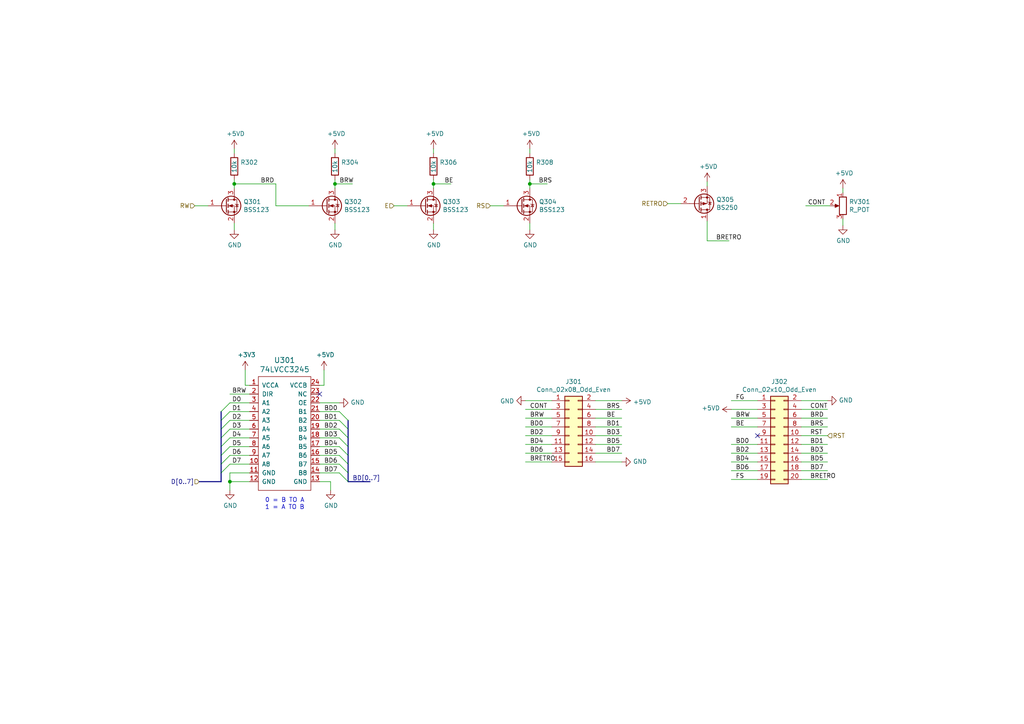
<source format=kicad_sch>
(kicad_sch (version 20211123) (generator eeschema)
  (paper "A4")
  (title_block (title "Connector Cube V2") (date "2021-12-21") (rev "V2.00A") (company "CubeDeb-F4DEB") (comment 1 "LCD"))
  (lib_symbols
    (symbol "CEN-SCHEMA:74LVCC3245" (pin_names (offset 1.016))
      (property "Reference" "U" (at 1.27 0 0))
      (property "Value" "CEN-SCHEMA_74LVCC3245" (at 7.62 2.54 0))
      (symbol "74LVCC3245_0_1"
        (rectangle (start 0 -2.54) (end 15.24 -35.56))
      )
      (symbol "74LVCC3245_1_1"
        (pin input line (at -2.54 -5.08 0) (length 2.54) (name "VCCA") (number "1"))
        (pin input line (at -2.54 -27.94 0) (length 2.54) (name "A8") (number "10"))
        (pin input line (at -2.54 -30.48 0) (length 2.54) (name "GND") (number "11"))
        (pin input line (at -2.54 -33.02 0) (length 2.54) (name "GND") (number "12"))
        (pin input line (at 17.78 -33.02 180) (length 2.54) (name "GND") (number "13"))
        (pin input line (at 17.78 -30.48 180) (length 2.54) (name "B8") (number "14"))
        (pin input line (at 17.78 -27.94 180) (length 2.54) (name "B7") (number "15"))
        (pin input line (at 17.78 -25.4 180) (length 2.54) (name "B6") (number "16"))
        (pin input line (at 17.78 -22.86 180) (length 2.54) (name "B5") (number "17"))
        (pin input line (at 17.78 -20.32 180) (length 2.54) (name "B4") (number "18"))
        (pin input line (at 17.78 -17.78 180) (length 2.54) (name "B3") (number "19"))
        (pin input line (at -2.54 -7.62 0) (length 2.54) (name "DIR") (number "2"))
        (pin input line (at 17.78 -15.24 180) (length 2.54) (name "B2") (number "20"))
        (pin input line (at 17.78 -12.7 180) (length 2.54) (name "B1") (number "21"))
        (pin input line (at 17.78 -10.16 180) (length 2.54) (name "OE") (number "22"))
        (pin input line (at 17.78 -7.62 180) (length 2.54) (name "NC") (number "23"))
        (pin input line (at 17.78 -5.08 180) (length 2.54) (name "VCCB") (number "24"))
        (pin input line (at -2.54 -10.16 0) (length 2.54) (name "A1") (number "3"))
        (pin input line (at -2.54 -12.7 0) (length 2.54) (name "A2") (number "4"))
        (pin input line (at -2.54 -15.24 0) (length 2.54) (name "A3") (number "5"))
        (pin input line (at -2.54 -17.78 0) (length 2.54) (name "A4") (number "6"))
        (pin input line (at -2.54 -20.32 0) (length 2.54) (name "A5") (number "7"))
        (pin input line (at -2.54 -22.86 0) (length 2.54) (name "A6") (number "8"))
        (pin input line (at -2.54 -25.4 0) (length 2.54) (name "A7") (number "9"))
      )
    )
    (symbol "Connector_Generic:Conn_02x08_Odd_Even" (pin_names (offset 1.016) hide)
      (property "Reference" "J" (at 1.27 10.16 0))
      (property "Value" "Connector_Generic_Conn_02x08_Odd_Even" (at 1.27 -12.7 0))
      (symbol "Conn_02x08_Odd_Even_1_1"
        (rectangle (start -1.27 -10.033) (end 0 -10.287) (stroke (width 0.1524)))
        (rectangle (start -1.27 -7.493) (end 0 -7.747) (stroke (width 0.1524)))
        (rectangle (start -1.27 -4.953) (end 0 -5.207) (stroke (width 0.1524)))
        (rectangle (start -1.27 -2.413) (end 0 -2.667) (stroke (width 0.1524)))
        (rectangle (start -1.27 0.127) (end 0 -0.127) (stroke (width 0.1524)))
        (rectangle (start -1.27 2.667) (end 0 2.413) (stroke (width 0.1524)))
        (rectangle (start -1.27 5.207) (end 0 4.953) (stroke (width 0.1524)))
        (rectangle (start -1.27 7.747) (end 0 7.493) (stroke (width 0.1524)))
        (rectangle (start -1.27 8.89) (end 3.81 -11.43) (stroke (width 0.254)) (fill (type background)))
        (rectangle (start 3.81 -10.033) (end 2.54 -10.287) (stroke (width 0.1524)))
        (rectangle (start 3.81 -7.493) (end 2.54 -7.747) (stroke (width 0.1524)))
        (rectangle (start 3.81 -4.953) (end 2.54 -5.207) (stroke (width 0.1524)))
        (rectangle (start 3.81 -2.413) (end 2.54 -2.667) (stroke (width 0.1524)))
        (rectangle (start 3.81 0.127) (end 2.54 -0.127) (stroke (width 0.1524)))
        (rectangle (start 3.81 2.667) (end 2.54 2.413) (stroke (width 0.1524)))
        (rectangle (start 3.81 5.207) (end 2.54 4.953) (stroke (width 0.1524)))
        (rectangle (start 3.81 7.747) (end 2.54 7.493) (stroke (width 0.1524)))
        (pin passive line (at -5.08 7.62 0) (length 3.81) (name "Pin_1") (number "1"))
        (pin passive line (at 7.62 -2.54 180) (length 3.81) (name "Pin_10") (number "10"))
        (pin passive line (at -5.08 -5.08 0) (length 3.81) (name "Pin_11") (number "11"))
        (pin passive line (at 7.62 -5.08 180) (length 3.81) (name "Pin_12") (number "12"))
        (pin passive line (at -5.08 -7.62 0) (length 3.81) (name "Pin_13") (number "13"))
        (pin passive line (at 7.62 -7.62 180) (length 3.81) (name "Pin_14") (number "14"))
        (pin passive line (at -5.08 -10.16 0) (length 3.81) (name "Pin_15") (number "15"))
        (pin passive line (at 7.62 -10.16 180) (length 3.81) (name "Pin_16") (number "16"))
        (pin passive line (at 7.62 7.62 180) (length 3.81) (name "Pin_2") (number "2"))
        (pin passive line (at -5.08 5.08 0) (length 3.81) (name "Pin_3") (number "3"))
        (pin passive line (at 7.62 5.08 180) (length 3.81) (name "Pin_4") (number "4"))
        (pin passive line (at -5.08 2.54 0) (length 3.81) (name "Pin_5") (number "5"))
        (pin passive line (at 7.62 2.54 180) (length 3.81) (name "Pin_6") (number "6"))
        (pin passive line (at -5.08 0 0) (length 3.81) (name "Pin_7") (number "7"))
        (pin passive line (at 7.62 0 180) (length 3.81) (name "Pin_8") (number "8"))
        (pin passive line (at -5.08 -2.54 0) (length 3.81) (name "Pin_9") (number "9"))
      )
    )
    (symbol "Connector_Generic:Conn_02x10_Odd_Even" (pin_names (offset 1.016) hide)
      (property "Reference" "J" (at 1.27 12.7 0))
      (property "Value" "Connector_Generic_Conn_02x10_Odd_Even" (at 1.27 -15.24 0))
      (symbol "Conn_02x10_Odd_Even_1_1"
        (rectangle (start -1.27 -12.573) (end 0 -12.827) (stroke (width 0.1524)))
        (rectangle (start -1.27 -10.033) (end 0 -10.287) (stroke (width 0.1524)))
        (rectangle (start -1.27 -7.493) (end 0 -7.747) (stroke (width 0.1524)))
        (rectangle (start -1.27 -4.953) (end 0 -5.207) (stroke (width 0.1524)))
        (rectangle (start -1.27 -2.413) (end 0 -2.667) (stroke (width 0.1524)))
        (rectangle (start -1.27 0.127) (end 0 -0.127) (stroke (width 0.1524)))
        (rectangle (start -1.27 2.667) (end 0 2.413) (stroke (width 0.1524)))
        (rectangle (start -1.27 5.207) (end 0 4.953) (stroke (width 0.1524)))
        (rectangle (start -1.27 7.747) (end 0 7.493) (stroke (width 0.1524)))
        (rectangle (start -1.27 10.287) (end 0 10.033) (stroke (width 0.1524)))
        (rectangle (start -1.27 11.43) (end 3.81 -13.97) (stroke (width 0.254)) (fill (type background)))
        (rectangle (start 3.81 -12.573) (end 2.54 -12.827) (stroke (width 0.1524)))
        (rectangle (start 3.81 -10.033) (end 2.54 -10.287) (stroke (width 0.1524)))
        (rectangle (start 3.81 -7.493) (end 2.54 -7.747) (stroke (width 0.1524)))
        (rectangle (start 3.81 -4.953) (end 2.54 -5.207) (stroke (width 0.1524)))
        (rectangle (start 3.81 -2.413) (end 2.54 -2.667) (stroke (width 0.1524)))
        (rectangle (start 3.81 0.127) (end 2.54 -0.127) (stroke (width 0.1524)))
        (rectangle (start 3.81 2.667) (end 2.54 2.413) (stroke (width 0.1524)))
        (rectangle (start 3.81 5.207) (end 2.54 4.953) (stroke (width 0.1524)))
        (rectangle (start 3.81 7.747) (end 2.54 7.493) (stroke (width 0.1524)))
        (rectangle (start 3.81 10.287) (end 2.54 10.033) (stroke (width 0.1524)))
        (pin passive line (at -5.08 10.16 0) (length 3.81) (name "Pin_1") (number "1"))
        (pin passive line (at 7.62 0 180) (length 3.81) (name "Pin_10") (number "10"))
        (pin passive line (at -5.08 -2.54 0) (length 3.81) (name "Pin_11") (number "11"))
        (pin passive line (at 7.62 -2.54 180) (length 3.81) (name "Pin_12") (number "12"))
        (pin passive line (at -5.08 -5.08 0) (length 3.81) (name "Pin_13") (number "13"))
        (pin passive line (at 7.62 -5.08 180) (length 3.81) (name "Pin_14") (number "14"))
        (pin passive line (at -5.08 -7.62 0) (length 3.81) (name "Pin_15") (number "15"))
        (pin passive line (at 7.62 -7.62 180) (length 3.81) (name "Pin_16") (number "16"))
        (pin passive line (at -5.08 -10.16 0) (length 3.81) (name "Pin_17") (number "17"))
        (pin passive line (at 7.62 -10.16 180) (length 3.81) (name "Pin_18") (number "18"))
        (pin passive line (at -5.08 -12.7 0) (length 3.81) (name "Pin_19") (number "19"))
        (pin passive line (at 7.62 10.16 180) (length 3.81) (name "Pin_2") (number "2"))
        (pin passive line (at 7.62 -12.7 180) (length 3.81) (name "Pin_20") (number "20"))
        (pin passive line (at -5.08 7.62 0) (length 3.81) (name "Pin_3") (number "3"))
        (pin passive line (at 7.62 7.62 180) (length 3.81) (name "Pin_4") (number "4"))
        (pin passive line (at -5.08 5.08 0) (length 3.81) (name "Pin_5") (number "5"))
        (pin passive line (at 7.62 5.08 180) (length 3.81) (name "Pin_6") (number "6"))
        (pin passive line (at -5.08 2.54 0) (length 3.81) (name "Pin_7") (number "7"))
        (pin passive line (at 7.62 2.54 180) (length 3.81) (name "Pin_8") (number "8"))
        (pin passive line (at -5.08 0 0) (length 3.81) (name "Pin_9") (number "9"))
      )
    )
    (symbol "Device:R" (pin_numbers hide) (pin_names (offset 0))
      (property "Reference" "R" (at 2.032 0 90))
      (property "Value" "Device_R" (at 0 0 90))
      (symbol "R_0_1"
        (rectangle (start -1.016 -2.54) (end 1.016 2.54) (stroke (width 0.254)))
      )
      (symbol "R_1_1"
        (pin passive line (at 0 3.81 270) (length 1.27) (name "~") (number "1"))
        (pin passive line (at 0 -3.81 90) (length 1.27) (name "~") (number "2"))
      )
    )
    (symbol "Device:R_POT" (pin_names (offset 1.016) hide)
      (property "Reference" "RV" (at -4.445 0 90))
      (property "Value" "Device_R_POT" (at -2.54 0 90))
      (symbol "R_POT_0_1"
        (polyline (pts (xy 2.54 0) (xy 1.524 0)))
        (polyline (pts (xy 1.143 0) (xy 2.286 0.508) (xy 2.286 -0.508) (xy 1.143 0)) (fill (type outline)))
        (rectangle (start 1.016 2.54) (end -1.016 -2.54) (stroke (width 0.254)))
      )
      (symbol "R_POT_1_1"
        (pin passive line (at 0 3.81 270) (length 1.27) (name "1") (number "1"))
        (pin passive line (at 3.81 0 180) (length 1.27) (name "2") (number "2"))
        (pin passive line (at 0 -3.81 90) (length 1.27) (name "3") (number "3"))
      )
    )
    (symbol "Transistor_FET:BS250" (pin_names hide)
      (property "Reference" "Q" (at 5.08 1.905 0))
      (property "Value" "Transistor_FET_BS250" (at 5.08 0 0))
      (symbol "BS250_0_1"
        (polyline (pts (xy 0.254 0) (xy -2.54 0)))
        (polyline (pts (xy 0.254 1.905) (xy 0.254 -1.905)) (stroke (width 0.254)))
        (polyline (pts (xy 0.762 -1.27) (xy 0.762 -2.286)) (stroke (width 0.254)))
        (polyline (pts (xy 0.762 0.508) (xy 0.762 -0.508)) (stroke (width 0.254)))
        (polyline (pts (xy 0.762 2.286) (xy 0.762 1.27)) (stroke (width 0.254)))
        (polyline (pts (xy 2.54 2.54) (xy 2.54 1.778)))
        (polyline (pts (xy 2.54 -2.54) (xy 2.54 0) (xy 0.762 0)))
        (polyline (pts (xy 0.762 1.778) (xy 3.302 1.778) (xy 3.302 -1.778) (xy 0.762 -1.778)))
        (polyline (pts (xy 2.286 0) (xy 1.27 0.381) (xy 1.27 -0.381) (xy 2.286 0)) (fill (type outline)))
        (polyline (pts (xy 2.794 -0.508) (xy 2.921 -0.381) (xy 3.683 -0.381) (xy 3.81 -0.254)))
        (polyline (pts (xy 3.302 -0.381) (xy 2.921 0.254) (xy 3.683 0.254) (xy 3.302 -0.381)))
        (circle (center 1.651 0) (radius 2.794) (stroke (width 0.254)))
        (circle (center 2.54 -1.778) (radius 0.254) (fill (type outline)))
        (circle (center 2.54 1.778) (radius 0.254) (fill (type outline)))
      )
      (symbol "BS250_1_1"
        (pin passive line (at 2.54 5.08 270) (length 2.54) (name "D") (number "1"))
        (pin input line (at -5.08 0 0) (length 2.54) (name "G") (number "2"))
        (pin passive line (at 2.54 -5.08 90) (length 2.54) (name "S") (number "3"))
      )
    )
    (symbol "Transistor_FET:BSS123" (pin_names hide)
      (property "Reference" "Q" (at 5.08 1.905 0))
      (property "Value" "Transistor_FET_BSS123" (at 5.08 0 0))
      (symbol "BSS123_0_1"
        (polyline (pts (xy 0.254 0) (xy -2.54 0)))
        (polyline (pts (xy 0.254 1.905) (xy 0.254 -1.905)) (stroke (width 0.254)))
        (polyline (pts (xy 0.762 -1.27) (xy 0.762 -2.286)) (stroke (width 0.254)))
        (polyline (pts (xy 0.762 0.508) (xy 0.762 -0.508)) (stroke (width 0.254)))
        (polyline (pts (xy 0.762 2.286) (xy 0.762 1.27)) (stroke (width 0.254)))
        (polyline (pts (xy 2.54 2.54) (xy 2.54 1.778)))
        (polyline (pts (xy 2.54 -2.54) (xy 2.54 0) (xy 0.762 0)))
        (polyline (pts (xy 0.762 -1.778) (xy 3.302 -1.778) (xy 3.302 1.778) (xy 0.762 1.778)))
        (polyline (pts (xy 1.016 0) (xy 2.032 0.381) (xy 2.032 -0.381) (xy 1.016 0)) (fill (type outline)))
        (polyline (pts (xy 2.794 0.508) (xy 2.921 0.381) (xy 3.683 0.381) (xy 3.81 0.254)))
        (polyline (pts (xy 3.302 0.381) (xy 2.921 -0.254) (xy 3.683 -0.254) (xy 3.302 0.381)))
        (circle (center 1.651 0) (radius 2.794) (stroke (width 0.254)))
        (circle (center 2.54 -1.778) (radius 0.254) (fill (type outline)))
        (circle (center 2.54 1.778) (radius 0.254) (fill (type outline)))
      )
      (symbol "BSS123_1_1"
        (pin input line (at -5.08 0 0) (length 2.54) (name "G") (number "1"))
        (pin passive line (at 2.54 -5.08 90) (length 2.54) (name "S") (number "2"))
        (pin passive line (at 2.54 5.08 270) (length 2.54) (name "D") (number "3"))
      )
    )
    (symbol "power:+3.3V" (power) (pin_names (offset 0))
      (property "Value" "power_+3.3V" (at 0 3.556 0))
      (symbol "+3.3V_0_1"
        (polyline (pts (xy -0.762 1.27) (xy 0 2.54)))
        (polyline (pts (xy 0 0) (xy 0 2.54)))
        (polyline (pts (xy 0 2.54) (xy 0.762 1.27)))
      )
      (symbol "+3.3V_1_1"
        (pin power_in line (at 0 0 90) (length 0) hide (name "+3V3") (number "1"))
      )
    )
    (symbol "power:+5VD" (power) (pin_names (offset 0))
      (property "Value" "power_+5VD" (at 0 3.556 0))
      (symbol "+5VD_0_1"
        (polyline (pts (xy -0.762 1.27) (xy 0 2.54)))
        (polyline (pts (xy 0 0) (xy 0 2.54)))
        (polyline (pts (xy 0 2.54) (xy 0.762 1.27)))
      )
      (symbol "+5VD_1_1"
        (pin power_in line (at 0 0 90) (length 0) hide (name "+5VD") (number "1"))
      )
    )
    (symbol "power:GND" (power) (pin_names (offset 0))
      (property "Value" "power_GND" (at 0 -3.81 0))
      (symbol "GND_0_1"
        (polyline (pts (xy 0 0) (xy 0 -1.27) (xy 1.27 -1.27) (xy 0 -2.54) (xy -1.27 -1.27) (xy 0 -1.27)))
      )
      (symbol "GND_1_1"
        (pin power_in line (at 0 0 270) (length 0) hide (name "GND") (number "1"))
      )
    )
  )
  (junction (at 66.675 139.7))
  (junction (at 97.155 53.34))
  (junction (at 67.945 53.34))
  (junction (at 153.67 53.34))
  (junction (at 125.73 53.34))
  (no_connect (at 219.71 126.365))
  (no_connect (at 92.71 114.3))
  (bus_entry (at 66.675 127) (size -2.54 2.54))
  (bus_entry (at 66.675 134.62) (size -2.54 2.54))
  (bus_entry (at 98.425 134.62) (size 2.54 2.54))
  (bus_entry (at 66.675 129.54) (size -2.54 2.54))
  (bus_entry (at 66.675 121.92) (size -2.54 2.54))
  (bus_entry (at 98.425 124.46) (size 2.54 2.54))
  (bus_entry (at 66.675 132.08) (size -2.54 2.54))
  (bus_entry (at 98.425 127) (size 2.54 2.54))
  (bus_entry (at 66.675 116.84) (size -2.54 2.54))
  (bus_entry (at 66.675 124.46) (size -2.54 2.54))
  (bus_entry (at 98.425 121.92) (size 2.54 2.54))
  (bus_entry (at 98.425 119.38) (size 2.54 2.54))
  (bus_entry (at 98.425 129.54) (size 2.54 2.54))
  (bus_entry (at 98.425 137.16) (size 2.54 2.54))
  (bus_entry (at 66.675 119.38) (size -2.54 2.54))
  (bus_entry (at 98.425 132.08) (size 2.54 2.54))
  (wire (pts (xy 152.4 123.825) (xy 160.02 123.825)))
  (wire (pts (xy 98.425 137.16) (xy 92.71 137.16)))
  (wire (pts (xy 125.73 52.07) (xy 125.73 53.34)))
  (wire (pts (xy 98.425 124.46) (xy 92.71 124.46)))
  (bus (pts (xy 100.965 121.92) (xy 100.965 124.46)))
  (bus (pts (xy 100.965 137.16) (xy 100.965 139.7)))
  (bus (pts (xy 64.135 139.7) (xy 57.785 139.7)))
  (wire (pts (xy 172.72 123.825) (xy 180.34 123.825)))
  (bus (pts (xy 100.965 139.7) (xy 107.315 139.7)))
  (wire (pts (xy 152.4 116.205) (xy 160.02 116.205)))
  (wire (pts (xy 72.39 116.84) (xy 66.675 116.84)))
  (wire (pts (xy 172.72 131.445) (xy 180.34 131.445)))
  (wire (pts (xy 205.105 69.85) (xy 211.455 69.85)))
  (wire (pts (xy 142.24 59.69) (xy 146.05 59.69)))
  (wire (pts (xy 212.09 133.985) (xy 219.71 133.985)))
  (bus (pts (xy 100.965 124.46) (xy 100.965 127)))
  (wire (pts (xy 72.39 132.08) (xy 66.675 132.08)))
  (wire (pts (xy 212.09 136.525) (xy 219.71 136.525)))
  (bus (pts (xy 64.135 137.16) (xy 64.135 139.7)))
  (bus (pts (xy 100.965 134.62) (xy 100.965 137.16)))
  (wire (pts (xy 98.425 134.62) (xy 92.71 134.62)))
  (wire (pts (xy 232.41 118.745) (xy 240.03 118.745)))
  (wire (pts (xy 72.39 139.7) (xy 66.675 139.7)))
  (wire (pts (xy 114.3 59.69) (xy 118.11 59.69)))
  (bus (pts (xy 64.135 132.08) (xy 64.135 134.62)))
  (wire (pts (xy 212.09 139.065) (xy 219.71 139.065)))
  (wire (pts (xy 212.09 123.825) (xy 219.71 123.825)))
  (wire (pts (xy 71.12 111.76) (xy 72.39 111.76)))
  (wire (pts (xy 244.475 63.5) (xy 244.475 65.405)))
  (wire (pts (xy 212.09 118.745) (xy 219.71 118.745)))
  (wire (pts (xy 66.675 137.16) (xy 66.675 139.7)))
  (wire (pts (xy 232.41 139.065) (xy 240.03 139.065)))
  (bus (pts (xy 64.135 121.92) (xy 64.135 124.46)))
  (wire (pts (xy 98.425 116.84) (xy 92.71 116.84)))
  (wire (pts (xy 67.945 52.07) (xy 67.945 53.34)))
  (wire (pts (xy 212.09 131.445) (xy 219.71 131.445)))
  (wire (pts (xy 67.945 53.34) (xy 80.01 53.34)))
  (bus (pts (xy 64.135 119.38) (xy 64.135 121.92)))
  (wire (pts (xy 98.425 119.38) (xy 92.71 119.38)))
  (bus (pts (xy 100.965 132.08) (xy 100.965 134.62)))
  (wire (pts (xy 98.425 127) (xy 92.71 127)))
  (wire (pts (xy 172.72 126.365) (xy 180.34 126.365)))
  (bus (pts (xy 64.135 124.46) (xy 64.135 127)))
  (wire (pts (xy 98.425 121.92) (xy 92.71 121.92)))
  (wire (pts (xy 205.105 64.135) (xy 205.105 69.85)))
  (wire (pts (xy 232.41 128.905) (xy 240.03 128.905)))
  (wire (pts (xy 72.39 124.46) (xy 66.675 124.46)))
  (wire (pts (xy 152.4 128.905) (xy 160.02 128.905)))
  (wire (pts (xy 72.39 127) (xy 66.675 127)))
  (wire (pts (xy 98.425 129.54) (xy 92.71 129.54)))
  (wire (pts (xy 72.39 134.62) (xy 66.675 134.62)))
  (wire (pts (xy 212.09 121.285) (xy 219.71 121.285)))
  (wire (pts (xy 205.105 53.975) (xy 205.105 52.705)))
  (wire (pts (xy 152.4 121.285) (xy 160.02 121.285)))
  (wire (pts (xy 97.155 52.07) (xy 97.155 53.34)))
  (wire (pts (xy 153.67 64.77) (xy 153.67 66.675)))
  (bus (pts (xy 100.965 127) (xy 100.965 129.54)))
  (wire (pts (xy 153.67 52.07) (xy 153.67 53.34)))
  (wire (pts (xy 153.67 44.45) (xy 153.67 43.18)))
  (wire (pts (xy 72.39 129.54) (xy 66.675 129.54)))
  (wire (pts (xy 152.4 133.985) (xy 160.02 133.985)))
  (wire (pts (xy 212.09 128.905) (xy 219.71 128.905)))
  (wire (pts (xy 232.41 133.985) (xy 240.03 133.985)))
  (wire (pts (xy 240.665 59.69) (xy 233.68 59.69)))
  (wire (pts (xy 212.09 116.205) (xy 219.71 116.205)))
  (wire (pts (xy 98.425 132.08) (xy 92.71 132.08)))
  (wire (pts (xy 80.01 59.69) (xy 89.535 59.69)))
  (wire (pts (xy 172.72 128.905) (xy 180.34 128.905)))
  (wire (pts (xy 97.155 64.77) (xy 97.155 66.675)))
  (wire (pts (xy 232.41 131.445) (xy 240.03 131.445)))
  (wire (pts (xy 232.41 121.285) (xy 240.03 121.285)))
  (wire (pts (xy 56.515 59.69) (xy 60.325 59.69)))
  (wire (pts (xy 153.67 53.34) (xy 153.67 54.61)))
  (wire (pts (xy 232.41 136.525) (xy 240.03 136.525)))
  (bus (pts (xy 64.135 129.54) (xy 64.135 132.08)))
  (bus (pts (xy 64.135 134.62) (xy 64.135 137.16)))
  (wire (pts (xy 80.01 53.34) (xy 80.01 59.69)))
  (wire (pts (xy 172.72 118.745) (xy 180.34 118.745)))
  (wire (pts (xy 244.475 55.88) (xy 244.475 54.61)))
  (wire (pts (xy 125.73 53.34) (xy 130.81 53.34)))
  (wire (pts (xy 232.41 123.825) (xy 240.03 123.825)))
  (wire (pts (xy 172.72 116.205) (xy 180.34 116.205)))
  (wire (pts (xy 97.155 53.34) (xy 102.235 53.34)))
  (wire (pts (xy 125.73 53.34) (xy 125.73 54.61)))
  (wire (pts (xy 152.4 126.365) (xy 160.02 126.365)))
  (wire (pts (xy 152.4 131.445) (xy 160.02 131.445)))
  (wire (pts (xy 93.98 111.76) (xy 92.71 111.76)))
  (wire (pts (xy 172.72 133.985) (xy 180.34 133.985)))
  (wire (pts (xy 125.73 44.45) (xy 125.73 43.18)))
  (wire (pts (xy 152.4 118.745) (xy 160.02 118.745)))
  (wire (pts (xy 97.155 53.34) (xy 97.155 54.61)))
  (wire (pts (xy 232.41 116.205) (xy 240.03 116.205)))
  (wire (pts (xy 93.98 107.315) (xy 93.98 111.76)))
  (wire (pts (xy 97.155 44.45) (xy 97.155 43.18)))
  (bus (pts (xy 64.135 127) (xy 64.135 129.54)))
  (wire (pts (xy 92.71 139.7) (xy 95.885 139.7)))
  (wire (pts (xy 67.945 64.77) (xy 67.945 66.675)))
  (wire (pts (xy 72.39 121.92) (xy 66.675 121.92)))
  (wire (pts (xy 72.39 119.38) (xy 66.675 119.38)))
  (bus (pts (xy 100.965 129.54) (xy 100.965 132.08)))
  (wire (pts (xy 67.945 53.34) (xy 67.945 54.61)))
  (wire (pts (xy 66.675 139.7) (xy 66.675 142.24)))
  (wire (pts (xy 67.945 44.45) (xy 67.945 43.18)))
  (wire (pts (xy 153.67 53.34) (xy 158.75 53.34)))
  (wire (pts (xy 193.675 59.055) (xy 197.485 59.055)))
  (wire (pts (xy 125.73 64.77) (xy 125.73 66.675)))
  (wire (pts (xy 172.72 121.285) (xy 180.34 121.285)))
  (wire (pts (xy 72.39 114.3) (xy 66.675 114.3)))
  (wire (pts (xy 71.12 107.315) (xy 71.12 111.76)))
  (wire (pts (xy 95.885 139.7) (xy 95.885 142.24)))
  (wire (pts (xy 232.41 126.365) (xy 240.03 126.365)))
  (wire (pts (xy 72.39 137.16) (xy 66.675 137.16)))
  (text "0 = B TO A\n1 = A TO B" (at 76.835 147.955 0) (effects (font (size 1.27 1.27)) (justify left bottom)))
  (label "BE" (at 213.36 123.825 0))
  (label "CONT" (at 234.315 59.69 0))
  (label "BD3" (at 93.98 127 0))
  (label "BD0" (at 153.67 123.825 0))
  (label "BD3" (at 234.95 131.445 0))
  (label "BE" (at 175.895 121.285 0))
  (label "BRETRO" (at 207.645 69.85 0))
  (label "BD4" (at 153.67 128.905 0))
  (label "BRETRO" (at 234.95 139.065 0))
  (label "BRW" (at 67.31 114.3 0))
  (label "BD2" (at 213.36 131.445 0))
  (label "FS" (at 213.36 139.065 0))
  (label "BRETRO" (at 153.67 133.985 0))
  (label "BE" (at 128.905 53.34 0))
  (label "BD0" (at 93.98 119.38 0))
  (label "BRW" (at 213.36 121.285 0))
  (label "BD6" (at 153.67 131.445 0))
  (label "BD1" (at 93.98 121.92 0))
  (label "BRW" (at 98.425 53.34 0))
  (label "BD7" (at 93.98 137.16 0))
  (label "BRW" (at 153.67 121.285 0))
  (label "BRS" (at 175.895 118.745 0))
  (label "D2" (at 67.31 121.92 0))
  (label "BD7" (at 175.895 131.445 0))
  (label "D3" (at 67.31 124.46 0))
  (label "BRD" (at 75.565 53.34 0))
  (label "BD6" (at 93.98 134.62 0))
  (label "BD7" (at 234.95 136.525 0))
  (label "BD2" (at 93.98 124.46 0))
  (label "BD1" (at 175.895 123.825 0))
  (label "BD5" (at 175.895 128.905 0))
  (label "BRS" (at 234.95 123.825 0))
  (label "D5" (at 67.31 129.54 0))
  (label "BD4" (at 93.98 129.54 0))
  (label "BD0" (at 213.36 128.905 0))
  (label "BD[0..7]" (at 102.235 139.7 0))
  (label "D0" (at 67.31 116.84 0))
  (label "BD4" (at 213.36 133.985 0))
  (label "D6" (at 67.31 132.08 0))
  (label "BD6" (at 213.36 136.525 0))
  (label "CONT" (at 153.67 118.745 0))
  (label "RST" (at 234.95 126.365 0))
  (label "BD1" (at 234.95 128.905 0))
  (label "CONT" (at 234.95 118.745 0))
  (label "BRD" (at 234.95 121.285 0))
  (label "D7" (at 67.31 134.62 0))
  (label "BD3" (at 175.895 126.365 0))
  (label "FG" (at 213.36 116.205 0))
  (label "D4" (at 67.31 127 0))
  (label "BRS" (at 156.21 53.34 0))
  (label "BD5" (at 234.95 133.985 0))
  (label "BD5" (at 93.98 132.08 0))
  (label "BD2" (at 153.67 126.365 0))
  (label "D1" (at 67.31 119.38 0))
  (hierarchical_label "D[0..7]" (shape input) (at 57.785 139.7 180))
  (hierarchical_label "RETRO" (shape input) (at 193.675 59.055 180))
  (hierarchical_label "RS" (shape input) (at 142.24 59.69 180))
  (hierarchical_label "RW" (shape input) (at 56.515 59.69 180))
  (hierarchical_label "E" (shape input) (at 114.3 59.69 180))
  (hierarchical_label "RST" (shape input) (at 240.03 126.365 0))
  (symbol (lib_id "Connector_Generic:Conn_02x08_Odd_Even") (at 165.1 123.825 0) (unit 1)
    (property "Reference" "J301" (at 166.37 110.6932 0))
    (property "Value" "Conn_02x08_Odd_Even" (at 166.37 113.0046 0))
    (property "Footprint" "Connector_IDC:IDC-Header_2x08_P2.54mm_Vertical" (effects hide))
  )
  (symbol (lib_id "Transistor_FET:BSS123") (at 94.615 59.69 0) (unit 1)
    (property "Reference" "Q302" (at 99.7966 58.5216 0) (effects (justify left)))
    (property "Value" "BSS123" (at 99.7966 60.833 0) (effects (justify left)))
    (property "Footprint" "Package_TO_SOT_SMD:SOT-23" (effects hide))
    (property "Datasheet" "http://www.diodes.com/assets/Datasheets/ds30366.pdf" (effects hide))
  )
  (symbol (lib_id "Device:R") (at 97.155 48.26 0) (unit 1)
    (property "Reference" "R304" (at 98.933 47.0916 0) (effects (justify left)))
    (property "Value" "10k" (at 97.155 50.165 90) (effects (justify left)))
    (property "Footprint" "Resistor_SMD:R_0603_1608Metric" (effects hide))
  )
  (symbol (lib_id "power:GND") (at 97.155 66.675 0) (unit 1)
    (property "Reference" "#PWR0156" (effects hide))
    (property "Value" "GND" (at 97.282 71.0692 0))
  )
  (symbol (lib_id "power:+5VD") (at 97.155 43.18 0) (unit 1)
    (property "Reference" "#PWR0157" (effects hide))
    (property "Value" "+5VD" (at 97.536 38.7858 0))
  )
  (symbol (lib_id "Transistor_FET:BSS123") (at 123.19 59.69 0) (unit 1)
    (property "Reference" "Q303" (at 128.3716 58.5216 0) (effects (justify left)))
    (property "Value" "BSS123" (at 128.3716 60.833 0) (effects (justify left)))
    (property "Footprint" "Package_TO_SOT_SMD:SOT-23" (effects hide))
    (property "Datasheet" "http://www.diodes.com/assets/Datasheets/ds30366.pdf" (effects hide))
  )
  (symbol (lib_id "Device:R") (at 125.73 48.26 0) (unit 1)
    (property "Reference" "R306" (at 127.508 47.0916 0) (effects (justify left)))
    (property "Value" "10k" (at 125.73 50.165 90) (effects (justify left)))
    (property "Footprint" "Resistor_SMD:R_0603_1608Metric" (effects hide))
  )
  (symbol (lib_id "power:GND") (at 125.73 66.675 0) (unit 1)
    (property "Reference" "#PWR0174" (effects hide))
    (property "Value" "GND" (at 125.857 71.0692 0))
  )
  (symbol (lib_id "power:+5VD") (at 125.73 43.18 0) (unit 1)
    (property "Reference" "#PWR0173" (effects hide))
    (property "Value" "+5VD" (at 126.111 38.7858 0))
  )
  (symbol (lib_id "Transistor_FET:BSS123") (at 151.13 59.69 0) (unit 1)
    (property "Reference" "Q304" (at 156.3116 58.5216 0) (effects (justify left)))
    (property "Value" "BSS123" (at 156.3116 60.833 0) (effects (justify left)))
    (property "Footprint" "Package_TO_SOT_SMD:SOT-23" (effects hide))
    (property "Datasheet" "http://www.diodes.com/assets/Datasheets/ds30366.pdf" (effects hide))
  )
  (symbol (lib_id "Device:R") (at 153.67 48.26 0) (unit 1)
    (property "Reference" "R308" (at 155.448 47.0916 0) (effects (justify left)))
    (property "Value" "10k" (at 153.67 50.165 90) (effects (justify left)))
    (property "Footprint" "Resistor_SMD:R_0603_1608Metric" (effects hide))
  )
  (symbol (lib_id "power:GND") (at 153.67 66.675 0) (unit 1)
    (property "Reference" "#PWR0171" (effects hide))
    (property "Value" "GND" (at 153.797 71.0692 0))
  )
  (symbol (lib_id "power:+5VD") (at 153.67 43.18 0) (unit 1)
    (property "Reference" "#PWR0170" (effects hide))
    (property "Value" "+5VD" (at 154.051 38.7858 0))
  )
  (symbol (lib_id "CEN-SCHEMA:74LVCC3245") (at 74.93 106.68 0) (unit 1)
    (property "Reference" "U301" (at 82.55 104.4702 0) (effects (font (size 1.524 1.524))))
    (property "Value" "74LVCC3245" (at 82.55 107.1626 0) (effects (font (size 1.524 1.524))))
    (property "Footprint" "Package_SO:SSOP-24_3.9x8.7mm_P0.635mm" (effects hide))
  )
  (symbol (lib_id "power:GND") (at 66.675 142.24 0) (unit 1)
    (property "Reference" "#PWR0159" (effects hide))
    (property "Value" "GND" (at 66.802 146.6342 0))
  )
  (symbol (lib_id "power:GND") (at 95.885 142.24 0) (unit 1)
    (property "Reference" "#PWR0160" (effects hide))
    (property "Value" "GND" (at 96.012 146.6342 0))
  )
  (symbol (lib_id "power:+3.3V") (at 71.12 107.315 0) (unit 1)
    (property "Reference" "#PWR0161" (effects hide))
    (property "Value" "+3.3V" (at 71.501 102.9208 0))
  )
  (symbol (lib_id "power:+5VD") (at 93.98 107.315 0) (unit 1)
    (property "Reference" "#PWR0162" (effects hide))
    (property "Value" "+5VD" (at 94.361 102.9208 0))
  )
  (symbol (lib_id "power:GND") (at 98.425 116.84 90) (unit 1)
    (property "Reference" "#PWR0163" (effects hide))
    (property "Value" "GND" (at 101.6762 116.713 90) (effects (justify right)))
  )
  (symbol (lib_id "power:GND") (at 152.4 116.205 270) (unit 1)
    (property "Reference" "#PWR0166" (effects hide))
    (property "Value" "GND" (at 149.1488 116.332 90) (effects (justify right)))
  )
  (symbol (lib_id "power:+5VD") (at 180.34 116.205 270) (unit 1)
    (property "Reference" "#PWR0164" (effects hide))
    (property "Value" "+5VD" (at 183.5912 116.586 90) (effects (justify left)))
  )
  (symbol (lib_id "power:GND") (at 180.34 133.985 90) (unit 1)
    (property "Reference" "#PWR0165" (effects hide))
    (property "Value" "GND" (at 183.5912 133.858 90) (effects (justify right)))
  )
  (symbol (lib_id "Connector_Generic:Conn_02x10_Odd_Even") (at 224.79 126.365 0) (unit 1)
    (property "Reference" "J302" (at 226.06 110.6932 0))
    (property "Value" "Conn_02x10_Odd_Even" (at 226.06 113.0046 0))
    (property "Footprint" "Connector_IDC:IDC-Header_2x10_P2.54mm_Vertical" (effects hide))
  )
  (symbol (lib_id "power:+5VD") (at 212.09 118.745 90) (unit 1)
    (property "Reference" "#PWR0167" (effects hide))
    (property "Value" "+5VD" (at 208.8388 118.364 90) (effects (justify left)))
  )
  (symbol (lib_id "power:+5VD") (at 205.105 52.705 0) (unit 1)
    (property "Reference" "#PWR0168" (effects hide))
    (property "Value" "+5VD" (at 205.486 48.3108 0))
  )
  (symbol (lib_id "Transistor_FET:BSS123") (at 65.405 59.69 0) (unit 1)
    (property "Reference" "Q301" (at 70.5866 58.5216 0) (effects (justify left)))
    (property "Value" "BSS123" (at 70.5866 60.833 0) (effects (justify left)))
    (property "Footprint" "Package_TO_SOT_SMD:SOT-23" (effects hide))
    (property "Datasheet" "http://www.diodes.com/assets/Datasheets/ds30366.pdf" (effects hide))
  )
  (symbol (lib_id "Device:R") (at 67.945 48.26 0) (unit 1)
    (property "Reference" "R302" (at 69.723 47.0916 0) (effects (justify left)))
    (property "Value" "10k" (at 67.945 50.165 90) (effects (justify left)))
    (property "Footprint" "Resistor_SMD:R_0603_1608Metric" (effects hide))
  )
  (symbol (lib_id "power:GND") (at 67.945 66.675 0) (unit 1)
    (property "Reference" "#PWR0175" (effects hide))
    (property "Value" "GND" (at 68.072 71.0692 0))
  )
  (symbol (lib_id "power:+5VD") (at 67.945 43.18 0) (unit 1)
    (property "Reference" "#PWR0176" (effects hide))
    (property "Value" "+5VD" (at 68.326 38.7858 0))
  )
  (symbol (lib_id "Transistor_FET:BS250") (at 202.565 59.055 0) (mirror x) (unit 1)
    (property "Reference" "Q305" (at 207.7466 57.8866 0) (effects (justify left)))
    (property "Value" "BS250" (at 207.7466 60.198 0) (effects (justify left)))
    (property "Footprint" "Package_TO_SOT_SMD:SOT-223-3_TabPin2" (effects hide))
    (property "Datasheet" "http://www.vishay.com/docs/70209/70209.pdf" (effects hide))
  )
  (symbol (lib_id "power:GND") (at 240.03 116.205 90) (unit 1)
    (property "Reference" "#PWR0178" (effects hide))
    (property "Value" "GND" (at 243.2812 116.078 90) (effects (justify right)))
  )
  (symbol (lib_id "Device:R_POT") (at 244.475 59.69 0) (mirror y) (unit 1)
    (property "Reference" "RV301" (at 246.253 58.5216 0) (effects (justify right)))
    (property "Value" "R_POT" (at 246.253 60.833 0) (effects (justify right)))
    (property "Footprint" "Potentiometer_SMD:Potentiometer_Bourns_3224J_Horizontal" (effects hide))
  )
  (symbol (lib_id "power:+5VD") (at 244.475 54.61 0) (unit 1)
    (property "Reference" "#PWR0179" (effects hide))
    (property "Value" "+5VD" (at 244.856 50.2158 0))
  )
  (symbol (lib_id "power:GND") (at 244.475 65.405 0) (unit 1)
    (property "Reference" "#PWR0180" (effects hide))
    (property "Value" "GND" (at 244.602 69.7992 0))
  )
)
</source>
